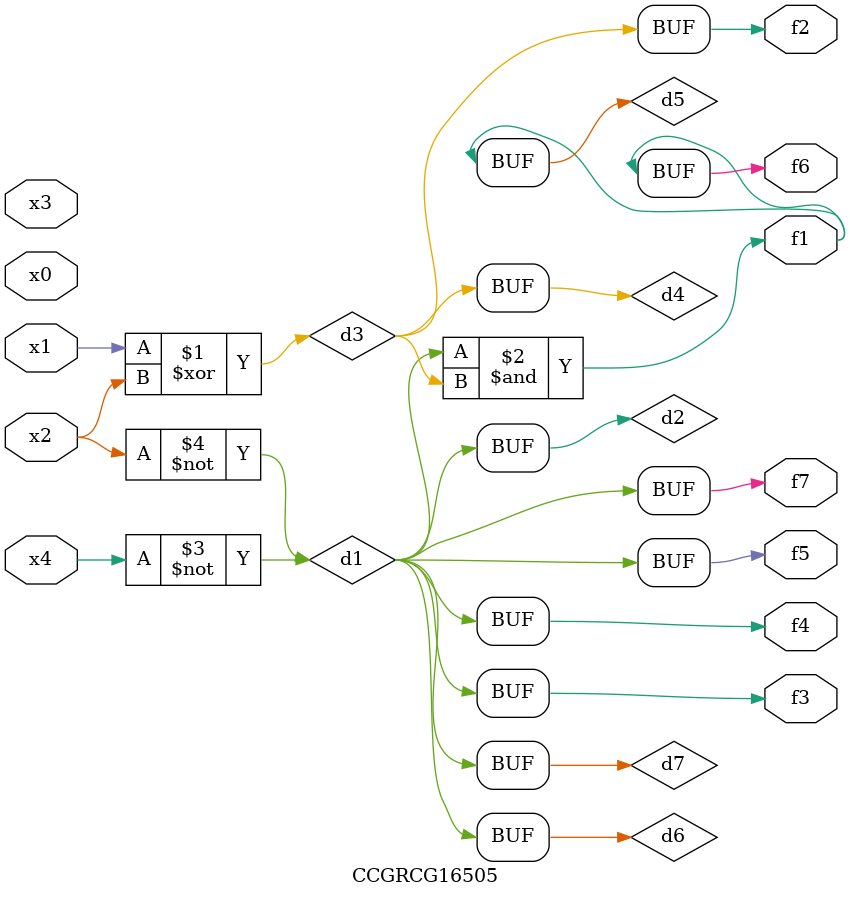
<source format=v>
module CCGRCG16505(
	input x0, x1, x2, x3, x4,
	output f1, f2, f3, f4, f5, f6, f7
);

	wire d1, d2, d3, d4, d5, d6, d7;

	not (d1, x4);
	not (d2, x2);
	xor (d3, x1, x2);
	buf (d4, d3);
	and (d5, d1, d3);
	buf (d6, d1, d2);
	buf (d7, d2);
	assign f1 = d5;
	assign f2 = d4;
	assign f3 = d7;
	assign f4 = d7;
	assign f5 = d7;
	assign f6 = d5;
	assign f7 = d7;
endmodule

</source>
